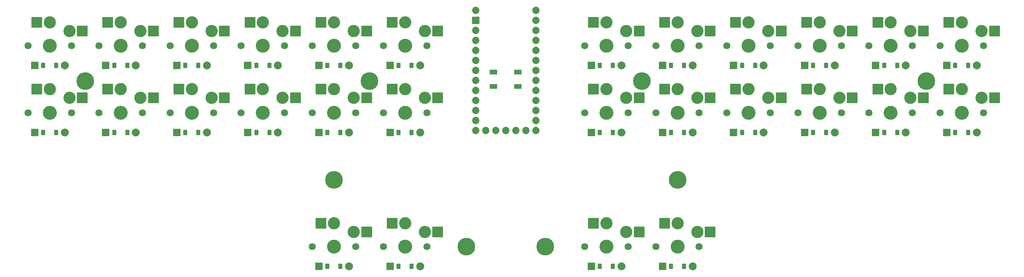
<source format=gbr>
%TF.GenerationSoftware,KiCad,Pcbnew,9.0.0*%
%TF.CreationDate,2025-03-17T14:32:25+01:00*%
%TF.ProjectId,pcb,7063622e-6b69-4636-9164-5f7063625858,v1.0.0*%
%TF.SameCoordinates,Original*%
%TF.FileFunction,Soldermask,Bot*%
%TF.FilePolarity,Negative*%
%FSLAX46Y46*%
G04 Gerber Fmt 4.6, Leading zero omitted, Abs format (unit mm)*
G04 Created by KiCad (PCBNEW 9.0.0) date 2025-03-17 14:32:25*
%MOMM*%
%LPD*%
G01*
G04 APERTURE LIST*
G04 Aperture macros list*
%AMRoundRect*
0 Rectangle with rounded corners*
0 $1 Rounding radius*
0 $2 $3 $4 $5 $6 $7 $8 $9 X,Y pos of 4 corners*
0 Add a 4 corners polygon primitive as box body*
4,1,4,$2,$3,$4,$5,$6,$7,$8,$9,$2,$3,0*
0 Add four circle primitives for the rounded corners*
1,1,$1+$1,$2,$3*
1,1,$1+$1,$4,$5*
1,1,$1+$1,$6,$7*
1,1,$1+$1,$8,$9*
0 Add four rect primitives between the rounded corners*
20,1,$1+$1,$2,$3,$4,$5,0*
20,1,$1+$1,$4,$5,$6,$7,0*
20,1,$1+$1,$6,$7,$8,$9,0*
20,1,$1+$1,$8,$9,$2,$3,0*%
G04 Aperture macros list end*
%ADD10C,3.529000*%
%ADD11C,1.801800*%
%ADD12C,3.100000*%
%ADD13RoundRect,0.050000X-1.300000X-1.300000X1.300000X-1.300000X1.300000X1.300000X-1.300000X1.300000X0*%
%ADD14RoundRect,0.050000X-0.450000X-0.600000X0.450000X-0.600000X0.450000X0.600000X-0.450000X0.600000X0*%
%ADD15RoundRect,0.050000X-0.889000X-0.889000X0.889000X-0.889000X0.889000X0.889000X-0.889000X0.889000X0*%
%ADD16C,2.005000*%
%ADD17C,1.852600*%
%ADD18RoundRect,0.050000X-0.876300X0.876300X-0.876300X-0.876300X0.876300X-0.876300X0.876300X0.876300X0*%
%ADD19RoundRect,0.050000X-0.900000X-0.550000X0.900000X-0.550000X0.900000X0.550000X-0.900000X0.550000X0*%
%ADD20C,4.500000*%
%ADD21C,0.800000*%
G04 APERTURE END LIST*
D10*
%TO.C,S1*%
X100000000Y-100000000D03*
D11*
X105500000Y-100000000D03*
X94500000Y-100000000D03*
D12*
X105000000Y-96250000D03*
X100000000Y-94050000D03*
D13*
X96725000Y-94050000D03*
X108275000Y-96250000D03*
%TD*%
D10*
%TO.C,S2*%
X100000000Y-83000000D03*
D11*
X105500000Y-83000000D03*
X94500000Y-83000000D03*
D12*
X105000000Y-79250000D03*
X100000000Y-77050000D03*
D13*
X96725000Y-77050000D03*
X108275000Y-79250000D03*
%TD*%
D10*
%TO.C,S3*%
X118000000Y-100000000D03*
D11*
X123500000Y-100000000D03*
X112500000Y-100000000D03*
D12*
X123000000Y-96250000D03*
X118000000Y-94050000D03*
D13*
X114725000Y-94050000D03*
X126275000Y-96250000D03*
%TD*%
D10*
%TO.C,S4*%
X118000000Y-83000000D03*
D11*
X123500000Y-83000000D03*
X112500000Y-83000000D03*
D12*
X123000000Y-79250000D03*
X118000000Y-77050000D03*
D13*
X114725000Y-77050000D03*
X126275000Y-79250000D03*
%TD*%
D10*
%TO.C,S5*%
X136000000Y-100000000D03*
D11*
X141500000Y-100000000D03*
X130500000Y-100000000D03*
D12*
X141000000Y-96250000D03*
X136000000Y-94050000D03*
D13*
X132725000Y-94050000D03*
X144275000Y-96250000D03*
%TD*%
D10*
%TO.C,S6*%
X136000000Y-83000000D03*
D11*
X141500000Y-83000000D03*
X130500000Y-83000000D03*
D12*
X141000000Y-79250000D03*
X136000000Y-77050000D03*
D13*
X132725000Y-77050000D03*
X144275000Y-79250000D03*
%TD*%
D10*
%TO.C,S7*%
X154000000Y-100000000D03*
D11*
X159500000Y-100000000D03*
X148500000Y-100000000D03*
D12*
X159000000Y-96250000D03*
X154000000Y-94050000D03*
D13*
X150725000Y-94050000D03*
X162275000Y-96250000D03*
%TD*%
D10*
%TO.C,S8*%
X154000000Y-83000000D03*
D11*
X159500000Y-83000000D03*
X148500000Y-83000000D03*
D12*
X159000000Y-79250000D03*
X154000000Y-77050000D03*
D13*
X150725000Y-77050000D03*
X162275000Y-79250000D03*
%TD*%
D10*
%TO.C,S9*%
X172000000Y-100000000D03*
D11*
X177500000Y-100000000D03*
X166500000Y-100000000D03*
D12*
X177000000Y-96250000D03*
X172000000Y-94050000D03*
D13*
X168725000Y-94050000D03*
X180275000Y-96250000D03*
%TD*%
D10*
%TO.C,S10*%
X172000000Y-83000000D03*
D11*
X177500000Y-83000000D03*
X166500000Y-83000000D03*
D12*
X177000000Y-79250000D03*
X172000000Y-77050000D03*
D13*
X168725000Y-77050000D03*
X180275000Y-79250000D03*
%TD*%
D10*
%TO.C,S11*%
X190000000Y-100000000D03*
D11*
X195500000Y-100000000D03*
X184500000Y-100000000D03*
D12*
X195000000Y-96250000D03*
X190000000Y-94050000D03*
D13*
X186725000Y-94050000D03*
X198275000Y-96250000D03*
%TD*%
D10*
%TO.C,S12*%
X190000000Y-83000000D03*
D11*
X195500000Y-83000000D03*
X184500000Y-83000000D03*
D12*
X195000000Y-79250000D03*
X190000000Y-77050000D03*
D13*
X186725000Y-77050000D03*
X198275000Y-79250000D03*
%TD*%
D10*
%TO.C,S13*%
X241000000Y-100000000D03*
D11*
X246500000Y-100000000D03*
X235500000Y-100000000D03*
D12*
X246000000Y-96250000D03*
X241000000Y-94050000D03*
D13*
X237725000Y-94050000D03*
X249275000Y-96250000D03*
%TD*%
D10*
%TO.C,S14*%
X241000000Y-83000000D03*
D11*
X246500000Y-83000000D03*
X235500000Y-83000000D03*
D12*
X246000000Y-79250000D03*
X241000000Y-77050000D03*
D13*
X237725000Y-77050000D03*
X249275000Y-79250000D03*
%TD*%
D10*
%TO.C,S15*%
X259000000Y-100000000D03*
D11*
X264500000Y-100000000D03*
X253500000Y-100000000D03*
D12*
X264000000Y-96250000D03*
X259000000Y-94050000D03*
D13*
X255725000Y-94050000D03*
X267275000Y-96250000D03*
%TD*%
D10*
%TO.C,S16*%
X259000000Y-83000000D03*
D11*
X264500000Y-83000000D03*
X253500000Y-83000000D03*
D12*
X264000000Y-79250000D03*
X259000000Y-77050000D03*
D13*
X255725000Y-77050000D03*
X267275000Y-79250000D03*
%TD*%
D10*
%TO.C,S17*%
X277000000Y-100000000D03*
D11*
X282500000Y-100000000D03*
X271500000Y-100000000D03*
D12*
X282000000Y-96250000D03*
X277000000Y-94050000D03*
D13*
X273725000Y-94050000D03*
X285275000Y-96250000D03*
%TD*%
D10*
%TO.C,S18*%
X277000000Y-83000000D03*
D11*
X282500000Y-83000000D03*
X271500000Y-83000000D03*
D12*
X282000000Y-79250000D03*
X277000000Y-77050000D03*
D13*
X273725000Y-77050000D03*
X285275000Y-79250000D03*
%TD*%
D10*
%TO.C,S19*%
X295000000Y-100000000D03*
D11*
X300500000Y-100000000D03*
X289500000Y-100000000D03*
D12*
X300000000Y-96250000D03*
X295000000Y-94050000D03*
D13*
X291725000Y-94050000D03*
X303275000Y-96250000D03*
%TD*%
D10*
%TO.C,S20*%
X295000000Y-83000000D03*
D11*
X300500000Y-83000000D03*
X289500000Y-83000000D03*
D12*
X300000000Y-79250000D03*
X295000000Y-77050000D03*
D13*
X291725000Y-77050000D03*
X303275000Y-79250000D03*
%TD*%
D10*
%TO.C,S21*%
X313000000Y-100000000D03*
D11*
X318500000Y-100000000D03*
X307500000Y-100000000D03*
D12*
X318000000Y-96250000D03*
X313000000Y-94050000D03*
D13*
X309725000Y-94050000D03*
X321275000Y-96250000D03*
%TD*%
D10*
%TO.C,S22*%
X313000000Y-83000000D03*
D11*
X318500000Y-83000000D03*
X307500000Y-83000000D03*
D12*
X318000000Y-79250000D03*
X313000000Y-77050000D03*
D13*
X309725000Y-77050000D03*
X321275000Y-79250000D03*
%TD*%
D10*
%TO.C,S23*%
X331000000Y-100000000D03*
D11*
X336500000Y-100000000D03*
X325500000Y-100000000D03*
D12*
X336000000Y-96250000D03*
X331000000Y-94050000D03*
D13*
X327725000Y-94050000D03*
X339275000Y-96250000D03*
%TD*%
D10*
%TO.C,S24*%
X331000000Y-83000000D03*
D11*
X336500000Y-83000000D03*
X325500000Y-83000000D03*
D12*
X336000000Y-79250000D03*
X331000000Y-77050000D03*
D13*
X327725000Y-77050000D03*
X339275000Y-79250000D03*
%TD*%
D10*
%TO.C,S25*%
X172000000Y-134000000D03*
D11*
X177500000Y-134000000D03*
X166500000Y-134000000D03*
D12*
X177000000Y-130250000D03*
X172000000Y-128050000D03*
D13*
X168725000Y-128050000D03*
X180275000Y-130250000D03*
%TD*%
D10*
%TO.C,S26*%
X190000000Y-134000000D03*
D11*
X195500000Y-134000000D03*
X184500000Y-134000000D03*
D12*
X195000000Y-130250000D03*
X190000000Y-128050000D03*
D13*
X186725000Y-128050000D03*
X198275000Y-130250000D03*
%TD*%
D10*
%TO.C,S27*%
X241000000Y-134000000D03*
D11*
X246500000Y-134000000D03*
X235500000Y-134000000D03*
D12*
X246000000Y-130250000D03*
X241000000Y-128050000D03*
D13*
X237725000Y-128050000D03*
X249275000Y-130250000D03*
%TD*%
D10*
%TO.C,S28*%
X259000000Y-134000000D03*
D11*
X264500000Y-134000000D03*
X253500000Y-134000000D03*
D12*
X264000000Y-130250000D03*
X259000000Y-128050000D03*
D13*
X255725000Y-128050000D03*
X267275000Y-130250000D03*
%TD*%
D14*
%TO.C,D1*%
X101650000Y-105000000D03*
X98350000Y-105000000D03*
D15*
X96190000Y-105000000D03*
D16*
X103810000Y-105000000D03*
%TD*%
D14*
%TO.C,D2*%
X101650000Y-88000000D03*
X98350000Y-88000000D03*
D15*
X96190000Y-88000000D03*
D16*
X103810000Y-88000000D03*
%TD*%
D14*
%TO.C,D3*%
X119650000Y-105000000D03*
X116350000Y-105000000D03*
D15*
X114190000Y-105000000D03*
D16*
X121810000Y-105000000D03*
%TD*%
D14*
%TO.C,D4*%
X119650000Y-88000000D03*
X116350000Y-88000000D03*
D15*
X114190000Y-88000000D03*
D16*
X121810000Y-88000000D03*
%TD*%
D14*
%TO.C,D5*%
X137650000Y-105000000D03*
X134350000Y-105000000D03*
D15*
X132190000Y-105000000D03*
D16*
X139810000Y-105000000D03*
%TD*%
D14*
%TO.C,D6*%
X137650000Y-88000000D03*
X134350000Y-88000000D03*
D15*
X132190000Y-88000000D03*
D16*
X139810000Y-88000000D03*
%TD*%
D14*
%TO.C,D7*%
X155650000Y-105000000D03*
X152350000Y-105000000D03*
D15*
X150190000Y-105000000D03*
D16*
X157810000Y-105000000D03*
%TD*%
D14*
%TO.C,D8*%
X155650000Y-88000000D03*
X152350000Y-88000000D03*
D15*
X150190000Y-88000000D03*
D16*
X157810000Y-88000000D03*
%TD*%
D14*
%TO.C,D9*%
X173650000Y-105000000D03*
X170350000Y-105000000D03*
D15*
X168190000Y-105000000D03*
D16*
X175810000Y-105000000D03*
%TD*%
D14*
%TO.C,D10*%
X173650000Y-88000000D03*
X170350000Y-88000000D03*
D15*
X168190000Y-88000000D03*
D16*
X175810000Y-88000000D03*
%TD*%
D14*
%TO.C,D11*%
X191650000Y-105000000D03*
X188350000Y-105000000D03*
D15*
X186190000Y-105000000D03*
D16*
X193810000Y-105000000D03*
%TD*%
D14*
%TO.C,D12*%
X191650000Y-88000000D03*
X188350000Y-88000000D03*
D15*
X186190000Y-88000000D03*
D16*
X193810000Y-88000000D03*
%TD*%
D14*
%TO.C,D13*%
X242650000Y-105000000D03*
X239350000Y-105000000D03*
D15*
X237190000Y-105000000D03*
D16*
X244810000Y-105000000D03*
%TD*%
D14*
%TO.C,D14*%
X242650000Y-88000000D03*
X239350000Y-88000000D03*
D15*
X237190000Y-88000000D03*
D16*
X244810000Y-88000000D03*
%TD*%
D14*
%TO.C,D15*%
X260650000Y-105000000D03*
X257350000Y-105000000D03*
D15*
X255190000Y-105000000D03*
D16*
X262810000Y-105000000D03*
%TD*%
D14*
%TO.C,D16*%
X260650000Y-88000000D03*
X257350000Y-88000000D03*
D15*
X255190000Y-88000000D03*
D16*
X262810000Y-88000000D03*
%TD*%
D14*
%TO.C,D17*%
X278650000Y-105000000D03*
X275350000Y-105000000D03*
D15*
X273190000Y-105000000D03*
D16*
X280810000Y-105000000D03*
%TD*%
D14*
%TO.C,D18*%
X278650000Y-88000000D03*
X275350000Y-88000000D03*
D15*
X273190000Y-88000000D03*
D16*
X280810000Y-88000000D03*
%TD*%
D14*
%TO.C,D19*%
X296650000Y-105000000D03*
X293350000Y-105000000D03*
D15*
X291190000Y-105000000D03*
D16*
X298810000Y-105000000D03*
%TD*%
D14*
%TO.C,D20*%
X296650000Y-88000000D03*
X293350000Y-88000000D03*
D15*
X291190000Y-88000000D03*
D16*
X298810000Y-88000000D03*
%TD*%
D14*
%TO.C,D21*%
X314650000Y-105000000D03*
X311350000Y-105000000D03*
D15*
X309190000Y-105000000D03*
D16*
X316810000Y-105000000D03*
%TD*%
D14*
%TO.C,D22*%
X314650000Y-88000000D03*
X311350000Y-88000000D03*
D15*
X309190000Y-88000000D03*
D16*
X316810000Y-88000000D03*
%TD*%
D14*
%TO.C,D23*%
X332650000Y-105000000D03*
X329350000Y-105000000D03*
D15*
X327190000Y-105000000D03*
D16*
X334810000Y-105000000D03*
%TD*%
D14*
%TO.C,D24*%
X332650000Y-88000000D03*
X329350000Y-88000000D03*
D15*
X327190000Y-88000000D03*
D16*
X334810000Y-88000000D03*
%TD*%
D14*
%TO.C,D25*%
X173650000Y-139000000D03*
X170350000Y-139000000D03*
D15*
X168190000Y-139000000D03*
D16*
X175810000Y-139000000D03*
%TD*%
D14*
%TO.C,D26*%
X191650000Y-139000000D03*
X188350000Y-139000000D03*
D15*
X186190000Y-139000000D03*
D16*
X193810000Y-139000000D03*
%TD*%
D14*
%TO.C,D27*%
X242650000Y-139000000D03*
X239350000Y-139000000D03*
D15*
X237190000Y-139000000D03*
D16*
X244810000Y-139000000D03*
%TD*%
D14*
%TO.C,D28*%
X260650000Y-139000000D03*
X257350000Y-139000000D03*
D15*
X255190000Y-139000000D03*
D16*
X262810000Y-139000000D03*
%TD*%
D17*
%TO.C,MCU1*%
X207880000Y-73990000D03*
D18*
X207880000Y-76530000D03*
D17*
X207880000Y-79070000D03*
X207880000Y-81610000D03*
X207880000Y-84150000D03*
X207880000Y-86690000D03*
X207880000Y-89230000D03*
X207880000Y-91770000D03*
X207880000Y-94310000D03*
X207880000Y-96850000D03*
X207880000Y-99390000D03*
X207880000Y-101930000D03*
X207880000Y-104470000D03*
X220580000Y-104470000D03*
X218040000Y-104470000D03*
X215500000Y-104470000D03*
X212960000Y-104470000D03*
X210420000Y-104470000D03*
X223120000Y-73990000D03*
X223120000Y-76530000D03*
X223120000Y-79070000D03*
X223120000Y-81610000D03*
X223120000Y-84150000D03*
X223120000Y-86690000D03*
X223120000Y-89230000D03*
X223120000Y-91770000D03*
X223120000Y-94310000D03*
X223120000Y-96850000D03*
X223120000Y-99390000D03*
X223120000Y-101930000D03*
X223120000Y-104470000D03*
%TD*%
D19*
%TO.C,B1*%
X212400000Y-89650000D03*
X218600000Y-89650000D03*
X212400000Y-93350000D03*
X218600000Y-93350000D03*
%TD*%
D20*
%TO.C,_1*%
X109000000Y-92000000D03*
D21*
X110629630Y-92000000D03*
X110152322Y-93152322D03*
X109000000Y-93629630D03*
X107847678Y-93152322D03*
X107370370Y-92000000D03*
X107847678Y-90847678D03*
X109000000Y-90370370D03*
X110152322Y-90847678D03*
%TD*%
D20*
%TO.C,_2*%
X181000000Y-92000000D03*
D21*
X182629630Y-92000000D03*
X182152322Y-93152322D03*
X181000000Y-93629630D03*
X179847678Y-93152322D03*
X179370370Y-92000000D03*
X179847678Y-90847678D03*
X181000000Y-90370370D03*
X182152322Y-90847678D03*
%TD*%
D20*
%TO.C,_3*%
X250000000Y-92000000D03*
D21*
X251629630Y-92000000D03*
X251152322Y-93152322D03*
X250000000Y-93629630D03*
X248847678Y-93152322D03*
X248370370Y-92000000D03*
X248847678Y-90847678D03*
X250000000Y-90370370D03*
X251152322Y-90847678D03*
%TD*%
D20*
%TO.C,_4*%
X322000000Y-92000000D03*
D21*
X323629630Y-92000000D03*
X323152322Y-93152322D03*
X322000000Y-93629630D03*
X320847678Y-93152322D03*
X320370370Y-92000000D03*
X320847678Y-90847678D03*
X322000000Y-90370370D03*
X323152322Y-90847678D03*
%TD*%
D20*
%TO.C,_5*%
X172000000Y-117000000D03*
D21*
X173629630Y-117000000D03*
X173152322Y-118152322D03*
X172000000Y-118629630D03*
X170847678Y-118152322D03*
X170370370Y-117000000D03*
X170847678Y-115847678D03*
X172000000Y-115370370D03*
X173152322Y-115847678D03*
%TD*%
D20*
%TO.C,_6*%
X259000000Y-117000000D03*
D21*
X260629630Y-117000000D03*
X260152322Y-118152322D03*
X259000000Y-118629630D03*
X257847678Y-118152322D03*
X257370370Y-117000000D03*
X257847678Y-115847678D03*
X259000000Y-115370370D03*
X260152322Y-115847678D03*
%TD*%
D20*
%TO.C,_7*%
X205500000Y-134000000D03*
D21*
X207129630Y-134000000D03*
X206652322Y-135152322D03*
X205500000Y-135629630D03*
X204347678Y-135152322D03*
X203870370Y-134000000D03*
X204347678Y-132847678D03*
X205500000Y-132370370D03*
X206652322Y-132847678D03*
%TD*%
D20*
%TO.C,_8*%
X225500000Y-134000000D03*
D21*
X227129630Y-134000000D03*
X226652322Y-135152322D03*
X225500000Y-135629630D03*
X224347678Y-135152322D03*
X223870370Y-134000000D03*
X224347678Y-132847678D03*
X225500000Y-132370370D03*
X226652322Y-132847678D03*
%TD*%
M02*

</source>
